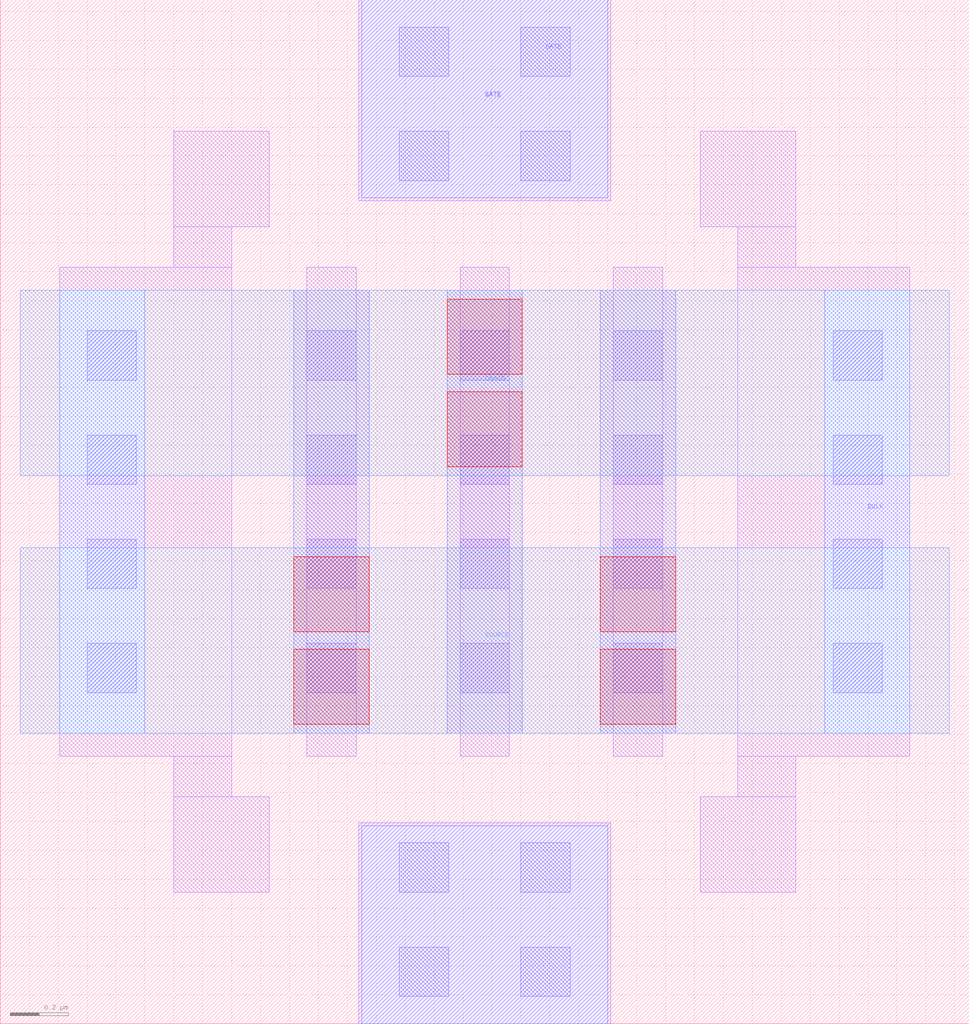
<source format=lef>
# Copyright 2020 The SkyWater PDK Authors
#
# Licensed under the Apache License, Version 2.0 (the "License");
# you may not use this file except in compliance with the License.
# You may obtain a copy of the License at
#
#     https://www.apache.org/licenses/LICENSE-2.0
#
# Unless required by applicable law or agreed to in writing, software
# distributed under the License is distributed on an "AS IS" BASIS,
# WITHOUT WARRANTIES OR CONDITIONS OF ANY KIND, either express or implied.
# See the License for the specific language governing permissions and
# limitations under the License.
#
# SPDX-License-Identifier: Apache-2.0

VERSION 5.7 ;
  NOWIREEXTENSIONATPIN ON ;
  DIVIDERCHAR "/" ;
  BUSBITCHARS "[]" ;
MACRO sky130_fd_pr__rf_pfet_01v8_bM02W1p65L0p25
  CLASS BLOCK ;
  FOREIGN sky130_fd_pr__rf_pfet_01v8_bM02W1p65L0p25 ;
  ORIGIN  0.000000  0.000000 ;
  SIZE  3.350000 BY  3.540000 ;
  PIN BULK
    ANTENNADIFFAREA  2.145000 ;
    ANTENNAGATEAREA  0.495000 ;
    PORT
      LAYER met1 ;
        RECT 0.205000 1.005000 0.500000 2.535000 ;
        RECT 2.850000 1.005000 3.145000 2.535000 ;
    END
  END BULK
  PIN DRAIN
    ANTENNADIFFAREA  0.462000 ;
    PORT
      LAYER met2 ;
        RECT 0.070000 1.895000 3.280000 2.535000 ;
    END
  END DRAIN
  PIN GATE
    ANTENNAGATEAREA  0.825000 ;
    PORT
      LAYER li1 ;
        RECT 1.240000 0.000000 2.110000 0.695000 ;
        RECT 1.240000 2.845000 2.110000 3.540000 ;
      LAYER mcon ;
        RECT 1.380000 0.095000 1.550000 0.265000 ;
        RECT 1.380000 0.455000 1.550000 0.625000 ;
        RECT 1.380000 2.915000 1.550000 3.085000 ;
        RECT 1.380000 3.275000 1.550000 3.445000 ;
        RECT 1.800000 0.095000 1.970000 0.265000 ;
        RECT 1.800000 0.455000 1.970000 0.625000 ;
        RECT 1.800000 2.915000 1.970000 3.085000 ;
        RECT 1.800000 3.275000 1.970000 3.445000 ;
    END
    PORT
      LAYER met1 ;
        RECT 1.250000 0.000000 2.100000 0.685000 ;
        RECT 1.250000 2.855000 2.100000 3.540000 ;
    END
  END GATE
  PIN SOURCE
    ANTENNADIFFAREA  0.924000 ;
    PORT
      LAYER met2 ;
        RECT 0.070000 1.005000 3.280000 1.645000 ;
    END
  END SOURCE
  OBS
    LAYER li1 ;
      RECT 0.205000 0.925000 0.800000 2.615000 ;
      RECT 0.600000 0.455000 0.930000 0.785000 ;
      RECT 0.600000 0.785000 0.800000 0.925000 ;
      RECT 0.600000 2.615000 0.800000 2.755000 ;
      RECT 0.600000 2.755000 0.930000 3.085000 ;
      RECT 1.060000 0.925000 1.230000 2.615000 ;
      RECT 1.590000 0.925000 1.760000 2.615000 ;
      RECT 2.120000 0.925000 2.290000 2.615000 ;
      RECT 2.420000 0.455000 2.750000 0.785000 ;
      RECT 2.420000 2.755000 2.750000 3.085000 ;
      RECT 2.550000 0.785000 2.750000 0.925000 ;
      RECT 2.550000 0.925000 3.145000 2.615000 ;
      RECT 2.550000 2.615000 2.750000 2.755000 ;
    LAYER mcon ;
      RECT 0.300000 1.145000 0.470000 1.315000 ;
      RECT 0.300000 1.505000 0.470000 1.675000 ;
      RECT 0.300000 1.865000 0.470000 2.035000 ;
      RECT 0.300000 2.225000 0.470000 2.395000 ;
      RECT 1.060000 1.145000 1.230000 1.315000 ;
      RECT 1.060000 1.505000 1.230000 1.675000 ;
      RECT 1.060000 1.865000 1.230000 2.035000 ;
      RECT 1.060000 2.225000 1.230000 2.395000 ;
      RECT 1.590000 1.145000 1.760000 1.315000 ;
      RECT 1.590000 1.505000 1.760000 1.675000 ;
      RECT 1.590000 1.865000 1.760000 2.035000 ;
      RECT 1.590000 2.225000 1.760000 2.395000 ;
      RECT 2.120000 1.145000 2.290000 1.315000 ;
      RECT 2.120000 1.505000 2.290000 1.675000 ;
      RECT 2.120000 1.865000 2.290000 2.035000 ;
      RECT 2.120000 2.225000 2.290000 2.395000 ;
      RECT 2.880000 1.145000 3.050000 1.315000 ;
      RECT 2.880000 1.505000 3.050000 1.675000 ;
      RECT 2.880000 1.865000 3.050000 2.035000 ;
      RECT 2.880000 2.225000 3.050000 2.395000 ;
    LAYER met1 ;
      RECT 1.015000 1.005000 1.275000 2.535000 ;
      RECT 1.545000 1.005000 1.805000 2.535000 ;
      RECT 2.075000 1.005000 2.335000 2.535000 ;
    LAYER via ;
      RECT 1.015000 1.035000 1.275000 1.295000 ;
      RECT 1.015000 1.355000 1.275000 1.615000 ;
      RECT 1.545000 1.925000 1.805000 2.185000 ;
      RECT 1.545000 2.245000 1.805000 2.505000 ;
      RECT 2.075000 1.035000 2.335000 1.295000 ;
      RECT 2.075000 1.355000 2.335000 1.615000 ;
  END
END sky130_fd_pr__rf_pfet_01v8_bM02W1p65L0p25
END LIBRARY

</source>
